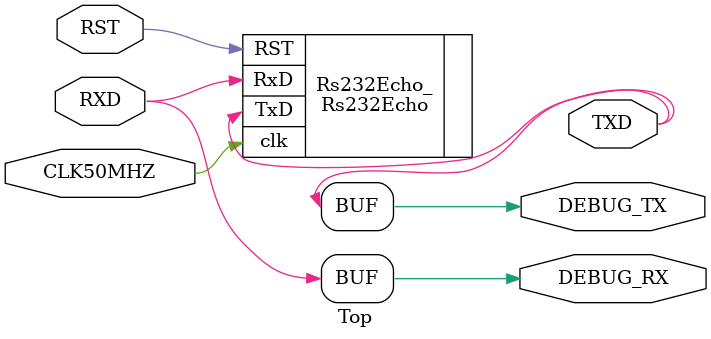
<source format=v>
module Top(
    input        CLK50MHZ,
    input        RST,
    //           rs232
    input        RXD,
    output       TXD,
	//
	output 	DEBUG_TX,
	output 	DEBUG_RX
);

    Rs232Echo Rs232Echo_(
        .clk(CLK50MHZ),
        .RST(RST),
        .RxD(RXD),
        .TxD(TXD)
    );

   assign DEBUG_TX = TXD;
   assign DEBUG_RX = RXD;

endmodule

</source>
